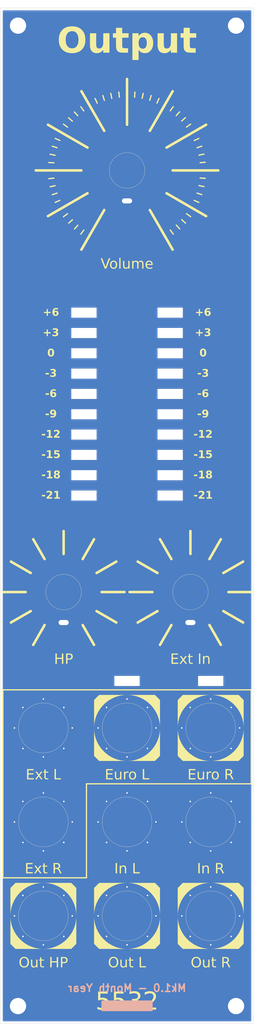
<source format=kicad_pcb>
(kicad_pcb (version 20241229) (generator "pcbnew") (generator_version "9.0")
  (title_block (title "Kosmo Format Front Panel - 5 cm") (company "DMH Instruments"))
  (layers (0 "F.Cu" signal) (2 "B.Cu" signal) (13 "F.Paste" user) (15 "B.Paste" user) (5 "F.SilkS" user "F.Silkscreen") (7 "B.SilkS" user "B.Silkscreen") (1 "F.Mask" user) (3 "B.Mask" user) (25 "Edge.Cuts" user))
  (net 0 "")
  (net 1 "GND")
  (footprint "SynthStuff:Pot_Cutout_Medium_v2" (layer "F.Cu") (at 75 62)
    (property "Reference" "H15")
    (property "Value" "Volume" (at 0 18.5 0) (layer "F.SilkS") (effects (font (size 2 2))))
    (fp_line (start -15.59134 -8.995004) (end -7.795669 -4.497502) (stroke (width 0.5)) (layer "F.SilkS"))
    (fp_line (start -15.591339 8.995006) (end -7.795668 4.497502) (stroke (width 0.5)) (layer "F.SilkS"))
    (fp_line (start -14.422248 -1.499585) (end -15.422297 -1.553297) (stroke (width 0.25)) (layer "F.SilkS"))
    (fp_line (start -14.420762 1.513781) (end -15.415618 1.618213) (stroke (width 0.25)) (layer "F.SilkS"))
    (fp_line (start -14.189827 -2.983088) (end -15.168751 -3.188884) (stroke (width 0.25)) (layer "F.SilkS"))
    (fp_line (start -14.184996 3.005963) (end -15.163586 3.213337) (stroke (width 0.25)) (layer "F.SilkS"))
    (fp_line (start -13.795505 -4.464755) (end -14.747226 -4.772768) (stroke (width 0.25)) (layer "F.SilkS"))
    (fp_line (start -13.795256 4.465516) (end -14.746959 4.773582) (stroke (width 0.25)) (layer "F.SilkS"))
    (fp_line (start -13.250603 5.888244) (end -14.164734 6.294461) (stroke (width 0.25)) (layer "F.SilkS"))
    (fp_line (start -13.246934 -5.896501) (end -14.16081 -6.303287) (stroke (width 0.25)) (layer "F.SilkS"))
    (fp_line (start -11.733619 -8.51893) (end -12.543094 -9.106631) (stroke (width 0.25)) (layer "F.SilkS"))
    (fp_line (start -11.727755 8.526998) (end -12.536827 9.115257) (stroke (width 0.25)) (layer "F.SilkS"))
    (fp_line (start -10.782189 -9.69507) (end -11.526027 -10.36391) (stroke (width 0.25)) (layer "F.SilkS"))
    (fp_line (start -10.765681 9.713397) (end -11.50838 10.383502) (stroke (width 0.25)) (layer "F.SilkS"))
    (fp_line (start -9.713397 -10.765681) (end -10.383502 -11.50838) (stroke (width 0.25)) (layer "F.SilkS"))
    (fp_line (start -9.69507 10.782189) (end -10.36391 11.526027) (stroke (width 0.25)) (layer "F.SilkS"))
    (fp_line (start -9 0) (end -18 0) (stroke (width 0.5)) (layer "F.SilkS"))
    (fp_line (start -8.995006 -15.591339) (end -4.497502 -7.795668) (stroke (width 0.5)) (layer "F.SilkS"))
    (fp_line (start -8.995004 15.59134) (end -4.497502 7.795669) (stroke (width 0.5)) (layer "F.SilkS"))
    (fp_line (start -8.526998 -11.727755) (end -9.115257 -12.536827) (stroke (width 0.25)) (layer "F.SilkS"))
    (fp_line (start -8.51893 11.733619) (end -9.106631 12.543094) (stroke (width 0.25)) (layer "F.SilkS"))
    (fp_line (start -5.888244 -13.250603) (end -6.294461 -14.164734) (stroke (width 0.25)) (layer "F.SilkS"))
    (fp_line (start -4.465516 -13.795256) (end -4.773582 -14.746959) (stroke (width 0.25)) (layer "F.SilkS"))
    (fp_line (start -3.005963 -14.184996) (end -3.213337 -15.163586) (stroke (width 0.25)) (layer "F.SilkS"))
    (fp_line (start -1.513781 -14.420762) (end -1.618213 -15.415618) (stroke (width 0.25)) (layer "F.SilkS"))
    (fp_line (start 0 -9) (end 0 -18) (stroke (width 0.5)) (layer "F.SilkS"))
    (fp_line (start 1.499585 -14.422248) (end 1.553297 -15.422297) (stroke (width 0.25)) (layer "F.SilkS"))
    (fp_line (start 2.983088 -14.189827) (end 3.188884 -15.168751) (stroke (width 0.25)) (layer "F.SilkS"))
    (fp_line (start 4.464755 -13.795505) (end 4.772768 -14.747226) (stroke (width 0.25)) (layer "F.SilkS"))
    (fp_line (start 5.896501 -13.246934) (end 6.303287 -14.16081) (stroke (width 0.25)) (layer "F.SilkS"))
    (fp_line (start 8.51893 -11.733619) (end 9.106631 -12.543094) (stroke (width 0.25)) (layer "F.SilkS"))
    (fp_line (start 8.526998 11.727755) (end 9.115257 12.536827) (stroke (width 0.25)) (layer "F.SilkS"))
    (fp_line (start 8.995004 -15.59134) (end 4.497502 -7.795669) (stroke (width 0.5)) (layer "F.SilkS"))
    (fp_line (start 8.995006 15.591339) (end 4.497502 7.795668) (stroke (width 0.5)) (layer "F.SilkS"))
    (fp_line (start 9 0) (end 18 0) (stroke (width 0.5)) (layer "F.SilkS"))
    (fp_line (start 9.69507 -10.782189) (end 10.36391 -11.526027) (stroke (width 0.25)) (layer "F.SilkS"))
    (fp_line (start 9.713397 10.765681) (end 10.383502 11.50838) (stroke (width 0.25)) (layer "F.SilkS"))
    (fp_line (start 10.765681 -9.713397) (end 11.50838 -10.383502) (stroke (width 0.25)) (layer "F.SilkS"))
    (fp_line (start 10.782189 9.69507) (end 11.526027 10.36391) (stroke (width 0.25)) (layer "F.SilkS"))
    (fp_line (start 11.727755 -8.526998) (end 12.536827 -9.115257) (stroke (width 0.25)) (layer "F.SilkS"))
    (fp_line (start 11.733619 8.51893) (end 12.543094 9.106631) (stroke (width 0.25)) (layer "F.SilkS"))
    (fp_line (start 13.246934 5.896501) (end 14.16081 6.303287) (stroke (width 0.25)) (layer "F.SilkS"))
    (fp_line (start 13.250603 -5.888244) (end 14.164734 -6.294461) (stroke (width 0.25)) (layer "F.SilkS"))
    (fp_line (start 13.795256 -4.465516) (end 14.746959 -4.773582) (stroke (width 0.25)) (layer "F.SilkS"))
    (fp_line (start 13.795505 4.464755) (end 14.747226 4.772768) (stroke (width 0.25)) (layer "F.SilkS"))
    (fp_line (start 14.184996 -3.005963) (end 15.163586 -3.213337) (stroke (width 0.25)) (layer "F.SilkS"))
    (fp_line (start 14.189827 2.983088) (end 15.168751 3.188884) (stroke (width 0.25)) (layer "F.SilkS"))
    (fp_line (start 14.420762 -1.513781) (end 15.415618 -1.618213) (stroke (width 0.25)) (layer "F.SilkS"))
    (fp_line (start 14.422248 1.499585) (end 15.422297 1.553297) (stroke (width 0.25)) (layer "F.SilkS"))
    (fp_line (start 15.591339 -8.995006) (end 7.795668 -4.497502) (stroke (width 0.5)) (layer "F.SilkS"))
    (fp_line (start 15.59134 8.995004) (end 7.795669 4.497502) (stroke (width 0.5)) (layer "F.SilkS"))
    (fp_circle (center 0 0) (end 0 3.5) (stroke (width 0.05)) (fill no) (layer "Edge.Cuts"))
    (pad "1" connect circle (at 0 0) (size 12 12) (layers "F.Cu" "F.Mask") (net 1 "GND"))
    (pad "1" connect circle (at 0 0) (size 12 12) (layers "B.Cu" "B.Mask") (net 1 "GND"))
    (pad "1" thru_hole oval (at 0 6) (size 2.5 1.5) (drill oval 2 1) (layers "*.Cu" "*.Mask") (net 1 "GND"))
  )
  (footprint "SynthStuff:Jack_6.35mm_Cutout_Output_v6" (layer "F.Cu") (at 91.5 171.75)
    (property "Reference" "H12")
    (property "Value" "Euro R" (at 0 9.3 0) (layer "F.SilkS") (effects (font (size 2 2))))
    (fp_poly (pts (xy -6.5 5.5) (arc (start -6.5 0) (mid -4.596194 4.596194) (end 0 6.5)) (xy -5.5 6.5)) (fill yes) (layer "F.SilkS"))
    (fp_poly (pts (xy -5.5 -6.5) (arc (start 0 -6.5) (mid -4.596194 -4.596194) (end -6.5 0)) (xy -6.5 -5.5)) (fill yes) (layer "F.SilkS"))
    (fp_poly (pts (xy 5.5 6.5) (arc (start 0 6.5) (mid 4.596194 4.596194) (end 6.5 0)) (xy 6.5 5.5)) (fill yes) (layer "F.SilkS"))
    (fp_poly (pts (xy 6.5 -5.5) (arc (start 6.5 0) (mid 4.596194 -4.596194) (end 0 -6.5)) (xy 5.5 -6.5)) (fill yes) (layer "F.SilkS"))
    (fp_circle (center 0 0) (end 0 -4.9) (stroke (width 0.05)) (fill no) (layer "Edge.Cuts"))
    (pad "1" thru_hole circle (at -5.7 0) (size 0.5 0.5) (drill 0.3) (layers "*.Cu" "*.Mask") (net 1 "GND"))
    (pad "1" thru_hole circle (at -4.04 -4.03) (size 0.5 0.5) (drill 0.3) (layers "*.Cu" "*.Mask") (net 1 "GND"))
    (pad "1" thru_hole circle (at -4.03 4.04) (size 0.5 0.5) (drill 0.3) (layers "*.Cu" "*.Mask") (net 1 "GND"))
    (pad "1" thru_hole circle (at 0 -5.7) (size 0.5 0.5) (drill 0.3) (layers "*.Cu" "*.Mask") (net 1 "GND"))
    (pad "1" connect circle (at 0 0) (size 12 12) (layers "F.Cu" "F.Mask") (net 1 "GND"))
    (pad "1" connect circle (at 0 0) (size 12 12) (layers "B.Cu" "B.Mask") (net 1 "GND"))
    (pad "1" thru_hole circle (at 0 5.7) (size 0.5 0.5) (drill 0.3) (layers "*.Cu" "*.Mask") (net 1 "GND"))
    (pad "1" thru_hole circle (at 4.03 4.04) (size 0.5 0.5) (drill 0.3) (layers "*.Cu" "*.Mask") (net 1 "GND"))
    (pad "1" thru_hole circle (at 4.04 -4.03) (size 0.5 0.5) (drill 0.3) (layers "*.Cu" "*.Mask") (net 1 "GND"))
    (pad "1" thru_hole circle (at 5.7 0) (size 0.5 0.5) (drill 0.3) (layers "*.Cu" "*.Mask") (net 1 "GND"))
  )
  (footprint "SynthStuff:MountingHole_Rails" (layer "F.Cu") (at 53.5 226.5)
    (property "Reference" "H3")
    (property "Value" "MountingHole_Rails" (hide yes))
    (pad "1" thru_hole circle (at 0 0) (size 4 4) (drill 3.2) (layers "*.Cu" "*.Mask") (net 1 "GND"))
  )
  (footprint "SynthStuff:Jack_6.35mm_Cutout_Output_v6" (layer "F.Cu") (at 75 208.75)
    (property "Reference" "H7")
    (property "Value" "Out L" (at 0 9.3 0) (layer "F.SilkS") (effects (font (size 2 2))))
    (fp_poly (pts (xy -6.5 5.5) (arc (start -6.5 0) (mid -4.596194 4.596194) (end 0 6.5)) (xy -5.5 6.5)) (fill yes) (layer "F.SilkS"))
    (fp_poly (pts (xy -5.5 -6.5) (arc (start 0 -6.5) (mid -4.596194 -4.596194) (end -6.5 0)) (xy -6.5 -5.5)) (fill yes) (layer "F.SilkS"))
    (fp_poly (pts (xy 5.5 6.5) (arc (start 0 6.5) (mid 4.596194 4.596194) (end 6.5 0)) (xy 6.5 5.5)) (fill yes) (layer "F.SilkS"))
    (fp_poly (pts (xy 6.5 -5.5) (arc (start 6.5 0) (mid 4.596194 -4.596194) (end 0 -6.5)) (xy 5.5 -6.5)) (fill yes) (layer "F.SilkS"))
    (fp_circle (center 0 0) (end 0 -4.9) (stroke (width 0.05)) (fill no) (layer "Edge.Cuts"))
    (pad "1" thru_hole circle (at -5.7 0) (size 0.5 0.5) (drill 0.3) (layers "*.Cu" "*.Mask") (net 1 "GND"))
    (pad "1" thru_hole circle (at -4.04 -4.03) (size 0.5 0.5) (drill 0.3) (layers "*.Cu" "*.Mask") (net 1 "GND"))
    (pad "1" thru_hole circle (at -4.03 4.04) (size 0.5 0.5) (drill 0.3) (layers "*.Cu" "*.Mask") (net 1 "GND"))
    (pad "1" thru_hole circle (at 0 -5.7) (size 0.5 0.5) (drill 0.3) (layers "*.Cu" "*.Mask") (net 1 "GND"))
    (pad "1" connect circle (at 0 0) (size 12 12) (layers "F.Cu" "F.Mask") (net 1 "GND"))
    (pad "1" connect circle (at 0 0) (size 12 12) (layers "B.Cu" "B.Mask") (net 1 "GND"))
    (pad "1" thru_hole circle (at 0 5.7) (size 0.5 0.5) (drill 0.3) (layers "*.Cu" "*.Mask") (net 1 "GND"))
    (pad "1" thru_hole circle (at 4.03 4.04) (size 0.5 0.5) (drill 0.3) (layers "*.Cu" "*.Mask") (net 1 "GND"))
    (pad "1" thru_hole circle (at 4.04 -4.03) (size 0.5 0.5) (drill 0.3) (layers "*.Cu" "*.Mask") (net 1 "GND"))
    (pad "1" thru_hole circle (at 5.7 0) (size 0.5 0.5) (drill 0.3) (layers "*.Cu" "*.Mask") (net 1 "GND"))
  )
  (footprint "SynthStuff:Jack_6.35mm_Cutout_v3" (layer "F.Cu") (at 58.5 190.25)
    (property "Reference" "H10")
    (property "Value" "Ext R" (at 0 9.3 0) (layer "F.SilkS") (effects (font (size 2 2))))
    (fp_circle (center 0 0) (end 0 -4.9) (stroke (width 0.05)) (fill no) (layer "Edge.Cuts"))
    (pad "1" thru_hole circle (at -5.7 0) (size 0.5 0.5) (drill 0.3) (layers "*.Cu" "*.Mask") (net 1 "GND"))
    (pad "1" thru_hole circle (at -4.04 -4.03) (size 0.5 0.5) (drill 0.3) (layers "*.Cu" "*.Mask") (net 1 "GND"))
    (pad "1" thru_hole circle (at -4.03 4.04) (size 0.5 0.5) (drill 0.3) (layers "*.Cu" "*.Mask") (net 1 "GND"))
    (pad "1" thru_hole circle (at 0 -5.7) (size 0.5 0.5) (drill 0.3) (layers "*.Cu" "*.Mask") (net 1 "GND"))
    (pad "1" connect circle (at 0 0) (size 12 12) (layers "F.Cu" "F.Mask") (net 1 "GND"))
    (pad "1" connect circle (at 0 0) (size 12 12) (layers "B.Cu" "B.Mask") (net 1 "GND"))
    (pad "1" thru_hole circle (at 0 5.7) (size 0.5 0.5) (drill 0.3) (layers "*.Cu" "*.Mask") (net 1 "GND"))
    (pad "1" thru_hole circle (at 4.03 4.04) (size 0.5 0.5) (drill 0.3) (layers "*.Cu" "*.Mask") (net 1 "GND"))
    (pad "1" thru_hole circle (at 4.04 -4.03) (size 0.5 0.5) (drill 0.3) (layers "*.Cu" "*.Mask") (net 1 "GND"))
    (pad "1" thru_hole circle (at 5.7 0) (size 0.5 0.5) (drill 0.3) (layers "*.Cu" "*.Mask") (net 1 "GND"))
  )
  (footprint "SynthStuff:Jack_6.35mm_Cutout_Output_v6" (layer "F.Cu") (at 58.5 208.75)
    (property "Reference" "H13")
    (property "Value" "Out HP" (at 0 9.3 0) (layer "F.SilkS") (effects (font (size 2 2))))
    (fp_poly (pts (xy -6.5 5.5) (arc (start -6.5 0) (mid -4.596194 4.596194) (end 0 6.5)) (xy -5.5 6.5)) (fill yes) (layer "F.SilkS"))
    (fp_poly (pts (xy -5.5 -6.5) (arc (start 0 -6.5) (mid -4.596194 -4.596194) (end -6.5 0)) (xy -6.5 -5.5)) (fill yes) (layer "F.SilkS"))
    (fp_poly (pts (xy 5.5 6.5) (arc (start 0 6.5) (mid 4.596194 4.596194) (end 6.5 0)) (xy 6.5 5.5)) (fill yes) (layer "F.SilkS"))
    (fp_poly (pts (xy 6.5 -5.5) (arc (start 6.5 0) (mid 4.596194 -4.596194) (end 0 -6.5)) (xy 5.5 -6.5)) (fill yes) (layer "F.SilkS"))
    (fp_circle (center 0 0) (end 0 -4.9) (stroke (width 0.05)) (fill no) (layer "Edge.Cuts"))
    (pad "1" thru_hole circle (at -5.7 0) (size 0.5 0.5) (drill 0.3) (layers "*.Cu" "*.Mask") (net 1 "GND"))
    (pad "1" thru_hole circle (at -4.04 -4.03) (size 0.5 0.5) (drill 0.3) (layers "*.Cu" "*.Mask") (net 1 "GND"))
    (pad "1" thru_hole circle (at -4.03 4.04) (size 0.5 0.5) (drill 0.3) (layers "*.Cu" "*.Mask") (net 1 "GND"))
    (pad "1" thru_hole circle (at 0 -5.7) (size 0.5 0.5) (drill 0.3) (layers "*.Cu" "*.Mask") (net 1 "GND"))
    (pad "1" connect circle (at 0 0) (size 12 12) (layers "F.Cu" "F.Mask") (net 1 "GND"))
    (pad "1" connect circle (at 0 0) (size 12 12) (layers "B.Cu" "B.Mask") (net 1 "GND"))
    (pad "1" thru_hole circle (at 0 5.7) (size 0.5 0.5) (drill 0.3) (layers "*.Cu" "*.Mask") (net 1 "GND"))
    (pad "1" thru_hole circle (at 4.03 4.04) (size 0.5 0.5) (drill 0.3) (layers "*.Cu" "*.Mask") (net 1 "GND"))
    (pad "1" thru_hole circle (at 4.04 -4.03) (size 0.5 0.5) (drill 0.3) (layers "*.Cu" "*.Mask") (net 1 "GND"))
    (pad "1" thru_hole circle (at 5.7 0) (size 0.5 0.5) (drill 0.3) (layers "*.Cu" "*.Mask") (net 1 "GND"))
  )
  (footprint "SynthStuff:Jack_6.35mm_Cutout_v3" (layer "F.Cu") (at 58.5 171.75)
    (property "Reference" "H9")
    (property "Value" "Ext L" (at 0 9.3 0) (layer "F.SilkS") (effects (font (size 2 2))))
    (fp_circle (center 0 0) (end 0 -4.9) (stroke (width 0.05)) (fill no) (layer "Edge.Cuts"))
    (pad "1" thru_hole circle (at -5.7 0) (size 0.5 0.5) (drill 0.3) (layers "*.Cu" "*.Mask") (net 1 "GND"))
    (pad "1" thru_hole circle (at -4.04 -4.03) (size 0.5 0.5) (drill 0.3) (layers "*.Cu" "*.Mask") (net 1 "GND"))
    (pad "1" thru_hole circle (at -4.03 4.04) (size 0.5 0.5) (drill 0.3) (layers "*.Cu" "*.Mask") (net 1 "GND"))
    (pad "1" thru_hole circle (at 0 -5.7) (size 0.5 0.5) (drill 0.3) (layers "*.Cu" "*.Mask") (net 1 "GND"))
    (pad "1" connect circle (at 0 0) (size 12 12) (layers "F.Cu" "F.Mask") (net 1 "GND"))
    (pad "1" connect circle (at 0 0) (size 12 12) (layers "B.Cu" "B.Mask") (net 1 "GND"))
    (pad "1" thru_hole circle (at 0 5.7) (size 0.5 0.5) (drill 0.3) (layers "*.Cu" "*.Mask") (net 1 "GND"))
    (pad "1" thru_hole circle (at 4.03 4.04) (size 0.5 0.5) (drill 0.3) (layers "*.Cu" "*.Mask") (net 1 "GND"))
    (pad "1" thru_hole circle (at 4.04 -4.03) (size 0.5 0.5) (drill 0.3) (layers "*.Cu" "*.Mask") (net 1 "GND"))
    (pad "1" thru_hole circle (at 5.7 0) (size 0.5 0.5) (drill 0.3) (layers "*.Cu" "*.Mask") (net 1 "GND"))
  )
  (footprint "SynthStuff:Pot_Cutout_Tiny" (layer "F.Cu") (at 62.5 145)
    (property "Reference" "H14")
    (property "Value" "HP" (at 0 13.3 0) (layer "F.SilkS") (effects (font (size 2 2))))
    (fp_line (start -7.499998 0) (end -12 0) (stroke (width 0.5)) (layer "F.SilkS"))
    (fp_line (start -6.49301 -3.753771) (end -10.394285 -5.996567) (stroke (width 0.5)) (layer "F.SilkS"))
    (fp_line (start -6.49301 3.753772) (end -10.394227 5.996669) (stroke (width 0.5)) (layer "F.SilkS"))
    (fp_line (start -3.753772 -6.49301) (end -5.996669 -10.394227) (stroke (width 0.5)) (layer "F.SilkS"))
    (fp_line (start -3.753771 6.49301) (end -5.996567 10.394285) (stroke (width 0.5)) (layer "F.SilkS"))
    (fp_line (start 0 -7.5) (end 0 -12) (stroke (width 0.5)) (layer "F.SilkS"))
    (fp_line (start 3.753771 -6.49301) (end 5.996567 -10.394285) (stroke (width 0.5)) (layer "F.SilkS"))
    (fp_line (start 3.753772 6.49301) (end 5.996669 10.394227) (stroke (width 0.5)) (layer "F.SilkS"))
    (fp_line (start 6.49301 -3.753772) (end 10.394227 -5.996669) (stroke (width 0.5)) (layer "F.SilkS"))
    (fp_line (start 6.49301 3.753771) (end 10.394285 5.996567) (stroke (width 0.5)) (layer "F.SilkS"))
    (fp_line (start 7.5 0) (end 12 0) (stroke (width 0.5)) (layer "F.SilkS"))
    (fp_circle (center 0 0) (end 0 3.5) (stroke (width 0.05)) (fill no) (layer "Edge.Cuts"))
    (pad "1" connect circle (at 0 0) (size 12 12) (layers "F.Cu" "F.Mask") (net 1 "GND"))
    (pad "1" connect circle (at 0 0) (size 12 12) (layers "B.Cu" "B.Mask") (net 1 "GND"))
    (pad "1" thru_hole oval (at 0 6) (size 2.5 1.5) (drill oval 2 1) (layers "*.Cu" "*.Mask") (net 1 "GND"))
  )
  (footprint "SynthStuff:Jack_6.35mm_Cutout_v3" (layer "F.Cu") (at 91.5 190.25)
    (property "Reference" "H6")
    (property "Value" "In R" (at 0 9.3 0) (layer "F.SilkS") (effects (font (size 2 2))))
    (fp_circle (center 0 0) (end 0 -4.9) (stroke (width 0.05)) (fill no) (layer "Edge.Cuts"))
    (pad "1" thru_hole circle (at -5.7 0) (size 0.5 0.5) (drill 0.3) (layers "*.Cu" "*.Mask") (net 1 "GND"))
    (pad "1" thru_hole circle (at -4.04 -4.03) (size 0.5 0.5) (drill 0.3) (layers "*.Cu" "*.Mask") (net 1 "GND"))
    (pad "1" thru_hole circle (at -4.03 4.04) (size 0.5 0.5) (drill 0.3) (layers "*.Cu" "*.Mask") (net 1 "GND"))
    (pad "1" thru_hole circle (at 0 -5.7) (size 0.5 0.5) (drill 0.3) (layers "*.Cu" "*.Mask") (net 1 "GND"))
    (pad "1" connect circle (at 0 0) (size 12 12) (layers "F.Cu" "F.Mask") (net 1 "GND"))
    (pad "1" connect circle (at 0 0) (size 12 12) (layers "B.Cu" "B.Mask") (net 1 "GND"))
    (pad "1" thru_hole circle (at 0 5.7) (size 0.5 0.5) (drill 0.3) (layers "*.Cu" "*.Mask") (net 1 "GND"))
    (pad "1" thru_hole circle (at 4.03 4.04) (size 0.5 0.5) (drill 0.3) (layers "*.Cu" "*.Mask") (net 1 "GND"))
    (pad "1" thru_hole circle (at 4.04 -4.03) (size 0.5 0.5) (drill 0.3) (layers "*.Cu" "*.Mask") (net 1 "GND"))
    (pad "1" thru_hole circle (at 5.7 0) (size 0.5 0.5) (drill 0.3) (layers "*.Cu" "*.Mask") (net 1 "GND"))
  )
  (footprint "SynthStuff:Jack_6.35mm_Cutout_v3" (layer "F.Cu") (at 75 190.25)
    (property "Reference" "H5")
    (property "Value" "In L" (at 0 9.3 0) (layer "F.SilkS") (effects (font (size 2 2))))
    (fp_circle (center 0 0) (end 0 -4.9) (stroke (width 0.05)) (fill no) (layer "Edge.Cuts"))
    (pad "1" thru_hole circle (at -5.7 0) (size 0.5 0.5) (drill 0.3) (layers "*.Cu" "*.Mask") (net 1 "GND"))
    (pad "1" thru_hole circle (at -4.04 -4.03) (size 0.5 0.5) (drill 0.3) (layers "*.Cu" "*.Mask") (net 1 "GND"))
    (pad "1" thru_hole circle (at -4.03 4.04) (size 0.5 0.5) (drill 0.3) (layers "*.Cu" "*.Mask") (net 1 "GND"))
    (pad "1" thru_hole circle (at 0 -5.7) (size 0.5 0.5) (drill 0.3) (layers "*.Cu" "*.Mask") (net 1 "GND"))
    (pad "1" connect circle (at 0 0) (size 12 12) (layers "F.Cu" "F.Mask") (net 1 "GND"))
    (pad "1" connect circle (at 0 0) (size 12 12) (layers "B.Cu" "B.Mask") (net 1 "GND"))
    (pad "1" thru_hole circle (at 0 5.7) (size 0.5 0.5) (drill 0.3) (layers "*.Cu" "*.Mask") (net 1 "GND"))
    (pad "1" thru_hole circle (at 4.03 4.04) (size 0.5 0.5) (drill 0.3) (layers "*.Cu" "*.Mask") (net 1 "GND"))
    (pad "1" thru_hole circle (at 4.04 -4.03) (size 0.5 0.5) (drill 0.3) (layers "*.Cu" "*.Mask") (net 1 "GND"))
    (pad "1" thru_hole circle (at 5.7 0) (size 0.5 0.5) (drill 0.3) (layers "*.Cu" "*.Mask") (net 1 "GND"))
  )
  (footprint "SynthStuff:MountingHole_Rails" (layer "F.Cu") (at 96.5 33.5)
    (property "Reference" "H2")
    (property "Value" "MountingHole_Rails" (hide yes))
    (pad "1" thru_hole circle (at 0 0) (size 4 4) (drill 3.2) (layers "*.Cu" "*.Mask") (net 1 "GND"))
  )
  (footprint "SynthStuff:MountingHole_Rails" (layer "F.Cu") (at 96.5 226.5)
    (property "Reference" "H4")
    (property "Value" "MountingHole_Rails" (hide yes))
    (pad "1" thru_hole circle (at 0 0) (size 4 4) (drill 3.2) (layers "*.Cu" "*.Mask") (net 1 "GND"))
  )
  (footprint "SynthStuff:Jack_6.35mm_Cutout_Output_v6" (layer "F.Cu") (at 75 171.75)
    (property "Reference" "H11")
    (property "Value" "Euro L" (at 0 9.3 0) (layer "F.SilkS") (effects (font (size 2 2))))
    (fp_poly (pts (xy -6.5 5.5) (arc (start -6.5 0) (mid -4.596194 4.596194) (end 0 6.5)) (xy -5.5 6.5)) (fill yes) (layer "F.SilkS"))
    (fp_poly (pts (xy -5.5 -6.5) (arc (start 0 -6.5) (mid -4.596194 -4.596194) (end -6.5 0)) (xy -6.5 -5.5)) (fill yes) (layer "F.SilkS"))
    (fp_poly (pts (xy 5.5 6.5) (arc (start 0 6.5) (mid 4.596194 4.596194) (end 6.5 0)) (xy 6.5 5.5)) (fill yes) (layer "F.SilkS"))
    (fp_poly (pts (xy 6.5 -5.5) (arc (start 6.5 0) (mid 4.596194 -4.596194) (end 0 -6.5)) (xy 5.5 -6.5)) (fill yes) (layer "F.SilkS"))
    (fp_circle (center 0 0) (end 0 -4.9) (stroke (width 0.05)) (fill no) (layer "Edge.Cuts"))
    (pad "1" thru_hole circle (at -5.7 0) (size 0.5 0.5) (drill 0.3) (layers "*.Cu" "*.Mask") (net 1 "GND"))
    (pad "1" thru_hole circle (at -4.04 -4.03) (size 0.5 0.5) (drill 0.3) (layers "*.Cu" "*.Mask") (net 1 "GND"))
    (pad "1" thru_hole circle (at -4.03 4.04) (size 0.5 0.5) (drill 0.3) (layers "*.Cu" "*.Mask") (net 1 "GND"))
    (pad "1" thru_hole circle (at 0 -5.7) (size 0.5 0.5) (drill 0.3) (layers "*.Cu" "*.Mask") (net 1 "GND"))
    (pad "1" connect circle (at 0 0) (size 12 12) (layers "F.Cu" "F.Mask") (net 1 "GND"))
    (pad "1" connect circle (at 0 0) (size 12 12) (layers "B.Cu" "B.Mask") (net 1 "GND"))
    (pad "1" thru_hole circle (at 0 5.7) (size 0.5 0.5) (drill 0.3) (layers "*.Cu" "*.Mask") (net 1 "GND"))
    (pad "1" thru_hole circle (at 4.03 4.04) (size 0.5 0.5) (drill 0.3) (layers "*.Cu" "*.Mask") (net 1 "GND"))
    (pad "1" thru_hole circle (at 4.04 -4.03) (size 0.5 0.5) (drill 0.3) (layers "*.Cu" "*.Mask") (net 1 "GND"))
    (pad "1" thru_hole circle (at 5.7 0) (size 0.5 0.5) (drill 0.3) (layers "*.Cu" "*.Mask") (net 1 "GND"))
  )
  (footprint "SynthStuff:MountingHole_Rails" (layer "F.Cu") (at 53.5 33.5)
    (property "Reference" "H1")
    (property "Value" "MountingHole_Rails" (hide yes))
    (pad "1" thru_hole circle (at 0 0) (size 4 4) (drill 3.2) (layers "*.Cu" "*.Mask") (net 1 "GND"))
  )
  (footprint "SynthStuff:Pot_Cutout_Tiny" (layer "F.Cu") (at 87.5 145)
    (property "Reference" "H18")
    (property "Value" "Ext In" (at 0 13.3 0) (layer "F.SilkS") (effects (font (size 2 2))))
    (fp_line (start -7.499998 0) (end -12 0) (stroke (width 0.5)) (layer "F.SilkS"))
    (fp_line (start -6.49301 -3.753771) (end -10.394285 -5.996567) (stroke (width 0.5)) (layer "F.SilkS"))
    (fp_line (start -6.49301 3.753772) (end -10.394227 5.996669) (stroke (width 0.5)) (layer "F.SilkS"))
    (fp_line (start -3.753772 -6.49301) (end -5.996669 -10.394227) (stroke (width 0.5)) (layer "F.SilkS"))
    (fp_line (start -3.753771 6.49301) (end -5.996567 10.394285) (stroke (width 0.5)) (layer "F.SilkS"))
    (fp_line (start 0 -7.5) (end 0 -12) (stroke (width 0.5)) (layer "F.SilkS"))
    (fp_line (start 3.753771 -6.49301) (end 5.996567 -10.394285) (stroke (width 0.5)) (layer "F.SilkS"))
    (fp_line (start 3.753772 6.49301) (end 5.996669 10.394227) (stroke (width 0.5)) (layer "F.SilkS"))
    (fp_line (start 6.49301 -3.753772) (end 10.394227 -5.996669) (stroke (width 0.5)) (layer "F.SilkS"))
    (fp_line (start 6.49301 3.753771) (end 10.394285 5.996567) (stroke (width 0.5)) (layer "F.SilkS"))
    (fp_line (start 7.5 0) (end 12 0) (stroke (width 0.5)) (layer "F.SilkS"))
    (fp_circle (center 0 0) (end 0 3.5) (stroke (width 0.05)) (fill no) (layer "Edge.Cuts"))
    (pad "1" connect circle (at 0 0) (size 12 12) (layers "F.Cu" "F.Mask") (net 1 "GND"))
    (pad "1" connect circle (at 0 0) (size 12 12) (layers "B.Cu" "B.Mask") (net 1 "GND"))
    (pad "1" thru_hole oval (at 0 6) (size 2.5 1.5) (drill oval 2 1) (layers "*.Cu" "*.Mask") (net 1 "GND"))
  )
  (footprint "SynthStuff:Jack_6.35mm_Cutout_Output_v6" (layer "F.Cu") (at 91.5 208.75)
    (property "Reference" "H8")
    (property "Value" "Out R" (at 0 9.3 0) (layer "F.SilkS") (effects (font (size 2 2))))
    (fp_poly (pts (xy -6.5 5.5) (arc (start -6.5 0) (mid -4.596194 4.596194) (end 0 6.5)) (xy -5.5 6.5)) (fill yes) (layer "F.SilkS"))
    (fp_poly (pts (xy -5.5 -6.5) (arc (start 0 -6.5) (mid -4.596194 -4.596194) (end -6.5 0)) (xy -6.5 -5.5)) (fill yes) (layer "F.SilkS"))
    (fp_poly (pts (xy 5.5 6.5) (arc (start 0 6.5) (mid 4.596194 4.596194) (end 6.5 0)) (xy 6.5 5.5)) (fill yes) (layer "F.SilkS"))
    (fp_poly (pts (xy 6.5 -5.5) (arc (start 6.5 0) (mid 4.596194 -4.596194) (end 0 -6.5)) (xy 5.5 -6.5)) (fill yes) (layer "F.SilkS"))
    (fp_circle (center 0 0) (end 0 -4.9) (stroke (width 0.05)) (fill no) (layer "Edge.Cuts"))
    (pad "1" thru_hole circle (at -5.7 0) (size 0.5 0.5) (drill 0.3) (layers "*.Cu" "*.Mask") (net 1 "GND"))
    (pad "1" thru_hole circle (at -4.04 -4.03) (size 0.5 0.5) (drill 0.3) (layers "*.Cu" "*.Mask") (net 1 "GND"))
    (pad "1" thru_hole circle (at -4.03 4.04) (size 0.5 0.5) (drill 0.3) (layers "*.Cu" "*.Mask") (net 1 "GND"))
    (pad "1" thru_hole circle (at 0 -5.7) (size 0.5 0.5) (drill 0.3) (layers "*.Cu" "*.Mask") (net 1 "GND"))
    (pad "1" connect circle (at 0 0) (size 12 12) (layers "F.Cu" "F.Mask") (net 1 "GND"))
    (pad "1" connect circle (at 0 0) (size 12 12) (layers "B.Cu" "B.Mask") (net 1 "GND"))
    (pad "1" thru_hole circle (at 0 5.7) (size 0.5 0.5) (drill 0.3) (layers "*.Cu" "*.Mask") (net 1 "GND"))
    (pad "1" thru_hole circle (at 4.03 4.04) (size 0.5 0.5) (drill 0.3) (layers "*.Cu" "*.Mask") (net 1 "GND"))
    (pad "1" thru_hole circle (at 4.04 -4.03) (size 0.5 0.5) (drill 0.3) (layers "*.Cu" "*.Mask") (net 1 "GND"))
    (pad "1" thru_hole circle (at 5.7 0) (size 0.5 0.5) (drill 0.3) (layers "*.Cu" "*.Mask") (net 1 "GND"))
  )
  (gr_line (start 50.5 201.25) (end 50.5 164.25) (stroke (width 0.25)) (layer "F.SilkS"))
  (gr_line (start 67 182.75) (end 99.5 182.75) (stroke (width 0.25)) (layer "F.SilkS"))
  (gr_line (start 67 201.25) (end 67 182.75) (stroke (width 0.25)) (layer "F.SilkS"))
  (gr_line (start 50.5 164.25) (end 99.5 164.25) (stroke (width 0.25)) (layer "F.SilkS"))
  (gr_line (start 50.5 201.25) (end 67 201.25) (stroke (width 0.25)) (layer "F.SilkS"))
  (gr_line (start 99.5 182.75) (end 99.5 164.25) (stroke (width 0.25)) (layer "F.SilkS"))
  (gr_rect (start 70 225.45) (end 80 227.45) (stroke (width 0.1)) (fill yes) (layer "B.SilkS"))
  (gr_rect (start 50 30) (end 100 230) (stroke (width 0.05)) (fill no) (layer "Edge.Cuts"))
  (gr_text "-21" (at 60 126 0) (layer "F.SilkS") (effects (font (size 1.5 1.5) (thickness 0.3) (bold yes))))
  (gr_text "-15" (at 60 118 0) (layer "F.SilkS") (effects (font (size 1.5 1.5) (thickness 0.3) (bold yes))))
  (gr_text "-18" (at 90 122 0) (layer "F.SilkS") (effects (font (size 1.5 1.5) (thickness 0.3) (bold yes))))
  (gr_text "-12" (at 60 114 0) (layer "F.SilkS") (effects (font (size 1.5 1.5) (thickness 0.3) (bold yes))))
  (gr_text "+6" (at 60 90 0) (layer "F.SilkS") (effects (font (size 1.5 1.5) (thickness 0.3) (bold yes))))
  (gr_text "+6" (at 90 90 0) (layer "F.SilkS") (effects (font (size 1.5 1.5) (thickness 0.3) (bold yes))))
  (gr_text "-9" (at 90 110 0) (layer "F.SilkS") (effects (font (size 1.5 1.5) (thickness 0.3) (bold yes))))
  (gr_text "-15" (at 90 118 0) (layer "F.SilkS") (effects (font (size 1.5 1.5) (thickness 0.3) (bold yes))))
  (gr_text "Output" (at 75 36.75 0) (layer "F.SilkS") (effects (font (size 5 5) (thickness 0.8) (bold yes))))
  (gr_text "-21" (at 90 126 0) (layer "F.SilkS") (effects (font (size 1.5 1.5) (thickness 0.3) (bold yes))))
  (gr_text "0" (at 60 98 0) (layer "F.SilkS") (effects (font (size 1.5 1.5) (thickness 0.3) (bold yes))))
  (gr_text "-9" (at 60 110 0) (layer "F.SilkS") (effects (font (size 1.5 1.5) (thickness 0.3) (bold yes))))
  (gr_text "+3" (at 90 94 0) (layer "F.SilkS") (effects (font (size 1.5 1.5) (thickness 0.3) (bold yes))))
  (gr_text "-3" (at 60 102 0) (layer "F.SilkS") (effects (font (size 1.5 1.5) (thickness 0.3) (bold yes))))
  (gr_text "+3" (at 60 94 0) (layer "F.SilkS") (effects (font (size 1.5 1.5) (thickness 0.3) (bold yes))))
  (gr_text "0" (at 90 98 0) (layer "F.SilkS") (effects (font (size 1.5 1.5) (thickness 0.3) (bold yes))))
  (gr_text "-3" (at 90 102 0) (layer "F.SilkS") (effects (font (size 1.5 1.5) (thickness 0.3) (bold yes))))
  (gr_text "-18" (at 60 122 0) (layer "F.SilkS") (effects (font (size 1.5 1.5) (thickness 0.3) (bold yes))))
  (gr_text "-6" (at 60 106 0) (layer "F.SilkS") (effects (font (size 1.5 1.5) (thickness 0.3) (bold yes))))
  (gr_text "-6" (at 90 106 0) (layer "F.SilkS") (effects (font (size 1.5 1.5) (thickness 0.3) (bold yes))))
  (gr_text "5532" (at 75 225.75 0) (layer "F.SilkS") (effects (font (size 3.5 3.5) (thickness 0.875))))
  (gr_text "-12" (at 90 114 0) (layer "F.SilkS") (effects (font (size 1.5 1.5) (thickness 0.3) (bold yes))))
  (gr_text "Mk1.0 - Month Year" (at 75 222.95 0) (layer "B.SilkS") (effects (font (size 1.5 1.5) (thickness 0.3) (bold yes)) (justify mirror)))
  (zone (net 0) (net_name "") (layers "F.Cu" "B.Cu") (connect_pads (clearance 0)) (min_thickness 0.25)
    (keepout (tracks not_allowed) (vias not_allowed) (pads not_allowed) (copperpour not_allowed) (footprints allowed))
    (fill (thermal_gap 0.5) (thermal_bridge_width 0.5))
    (polygon (pts (xy 64 117) (xy 69 117) (xy 69 119) (xy 64 119)))
  )
  (zone (net 0) (net_name "") (layers "F.Cu" "B.Cu") (connect_pads (clearance 0)) (min_thickness 0.25)
    (keepout (tracks not_allowed) (vias not_allowed) (pads not_allowed) (copperpour not_allowed) (footprints allowed))
    (fill (thermal_gap 0.5) (thermal_bridge_width 0.5))
    (polygon (pts (xy 64 105) (xy 69 105) (xy 69 107) (xy 64 107)))
  )
  (zone (net 0) (net_name "") (layers "F.Cu" "B.Cu") (connect_pads (clearance 0)) (min_thickness 0.25)
    (keepout (tracks not_allowed) (vias not_allowed) (pads not_allowed) (copperpour not_allowed) (footprints allowed))
    (fill (thermal_gap 0.5) (thermal_bridge_width 0.5))
    (polygon (pts (xy 64 109) (xy 69 109) (xy 69 111) (xy 64 111)))
  )
  (zone (net 0) (net_name "") (layers "F.Cu" "B.Cu") (connect_pads (clearance 0)) (min_thickness 0.25)
    (keepout (tracks not_allowed) (vias not_allowed) (pads not_allowed) (copperpour not_allowed) (footprints allowed))
    (fill (thermal_gap 0.5) (thermal_bridge_width 0.5))
    (polygon (pts (xy 64 125) (xy 69 125) (xy 69 127) (xy 64 127)))
  )
  (zone (net 0) (net_name "") (layers "F.Cu" "B.Cu") (connect_pads (clearance 0)) (min_thickness 0.25)
    (keepout (tracks not_allowed) (vias not_allowed) (pads not_allowed) (copperpour not_allowed) (footprints allowed))
    (fill (thermal_gap 0.5) (thermal_bridge_width 0.5))
    (polygon (pts (xy 81 113) (xy 86 113) (xy 86 115) (xy 81 115)))
  )
  (zone (net 0) (net_name "") (layers "F.Cu" "B.Cu") (connect_pads (clearance 0)) (min_thickness 0.25)
    (keepout (tracks not_allowed) (vias not_allowed) (pads not_allowed) (copperpour not_allowed) (footprints allowed))
    (fill (thermal_gap 0.5) (thermal_bridge_width 0.5))
    (polygon (pts (xy 64 121) (xy 69 121) (xy 69 123) (xy 64 123)))
  )
  (zone (net 0) (net_name "") (layers "F.Cu" "B.Cu") (connect_pads (clearance 0)) (min_thickness 0.25)
    (keepout (tracks not_allowed) (vias not_allowed) (pads not_allowed) (copperpour not_allowed) (footprints allowed))
    (fill (thermal_gap 0.5) (thermal_bridge_width 0.5))
    (polygon (pts (xy 64 97) (xy 69 97) (xy 69 99) (xy 64 99)))
  )
  (zone (net 0) (net_name "") (layers "F.Cu" "B.Cu") (connect_pads (clearance 0)) (min_thickness 0.25)
    (keepout (tracks not_allowed) (vias not_allowed) (pads not_allowed) (copperpour not_allowed) (footprints allowed))
    (fill (thermal_gap 0.5) (thermal_bridge_width 0.5))
    (polygon (pts (xy 81 121) (xy 86 121) (xy 86 123) (xy 81 123)))
  )
  (zone (net 0) (net_name "") (layers "F.Cu" "B.Cu") (connect_pads (clearance 0)) (min_thickness 0.25)
    (keepout (tracks not_allowed) (vias not_allowed) (pads not_allowed) (copperpour not_allowed) (footprints allowed))
    (fill (thermal_gap 0.5) (thermal_bridge_width 0.5))
    (polygon (pts (xy 81 125) (xy 86 125) (xy 86 127) (xy 81 127)))
  )
  (zone (net 0) (net_name "") (layers "F.Cu" "B.Cu") (connect_pads (clearance 0)) (min_thickness 0.25)
    (keepout (tracks not_allowed) (vias not_allowed) (pads not_allowed) (copperpour not_allowed) (footprints allowed))
    (fill (thermal_gap 0.5) (thermal_bridge_width 0.5))
    (polygon (pts (xy 64 89) (xy 69 89) (xy 69 91) (xy 64 91)))
  )
  (zone (net 0) (net_name "") (layers "F.Cu" "B.Cu") (connect_pads (clearance 0)) (min_thickness 0.25)
    (keepout (tracks not_allowed) (vias not_allowed) (pads not_allowed) (copperpour not_allowed) (footprints allowed))
    (fill (thermal_gap 0.5) (thermal_bridge_width 0.5))
    (polygon (pts (xy 81 105) (xy 86 105) (xy 86 107) (xy 81 107)))
  )
  (zone (net 0) (net_name "") (layers "F.Cu" "B.Cu") (connect_pads (clearance 0)) (min_thickness 0.25)
    (keepout (tracks not_allowed) (vias not_allowed) (pads not_allowed) (copperpour not_allowed) (footprints allowed))
    (fill (thermal_gap 0.5) (thermal_bridge_width 0.5))
    (polygon (pts (xy 64 113) (xy 69 113) (xy 69 115) (xy 64 115)))
  )
  (zone (net 0) (net_name "") (layers "F.Cu" "B.Cu") (connect_pads (clearance 0)) (min_thickness 0.25)
    (keepout (tracks not_allowed) (vias not_allowed) (pads not_allowed) (copperpour not_allowed) (footprints allowed))
    (fill (thermal_gap 0.5) (thermal_bridge_width 0.5))
    (polygon (pts (xy 72.5 161.5) (xy 77.5 161.5) (xy 77.5 163.5) (xy 72.5 163.5)))
  )
  (zone (net 0) (net_name "") (layers "F.Cu" "B.Cu") (connect_pads (clearance 0)) (min_thickness 0.25)
    (keepout (tracks not_allowed) (vias not_allowed) (pads not_allowed) (copperpour not_allowed) (footprints allowed))
    (fill (thermal_gap 0.5) (thermal_bridge_width 0.5))
    (polygon (pts (xy 81 89) (xy 86 89) (xy 86 91) (xy 81 91)))
  )
  (zone (net 0) (net_name "") (layers "F.Cu" "B.Cu") (connect_pads (clearance 0)) (min_thickness 0.25)
    (keepout (tracks not_allowed) (vias not_allowed) (pads not_allowed) (copperpour not_allowed) (footprints allowed))
    (fill (thermal_gap 0.5) (thermal_bridge_width 0.5))
    (polygon (pts (xy 64 101) (xy 69 101) (xy 69 103) (xy 64 103)))
  )
  (zone (net 0) (net_name "") (layers "F.Cu" "B.Cu") (connect_pads (clearance 0)) (min_thickness 0.25)
    (keepout (tracks not_allowed) (vias not_allowed) (pads not_allowed) (copperpour not_allowed) (footprints allowed))
    (fill (thermal_gap 0.5) (thermal_bridge_width 0.5))
    (polygon (pts (xy 81 97) (xy 86 97) (xy 86 99) (xy 81 99)))
  )
  (zone (net 0) (net_name "") (layers "F.Cu" "B.Cu") (connect_pads (clearance 0)) (min_thickness 0.25)
    (keepout (tracks not_allowed) (vias not_allowed) (pads not_allowed) (copperpour not_allowed) (footprints allowed))
    (fill (thermal_gap 0.5) (thermal_bridge_width 0.5))
    (polygon (pts (xy 81 93) (xy 86 93) (xy 86 95) (xy 81 95)))
  )
  (zone (net 0) (net_name "") (layers "F.Cu" "B.Cu") (connect_pads (clearance 0)) (min_thickness 0.25)
    (keepout (tracks not_allowed) (vias not_allowed) (pads not_allowed) (copperpour not_allowed) (footprints allowed))
    (fill (thermal_gap 0.5) (thermal_bridge_width 0.5))
    (polygon (pts (xy 64 93) (xy 69 93) (xy 69 95) (xy 64 95)))
  )
  (zone (net 1) (net_name "GND") (layers "F.Cu" "B.Cu") (name "GroundPlane") (connect_pads yes (clearance 0.5)) (min_thickness 0.25) (fill yes (thermal_gap 0.5) (thermal_bridge_width 0.5))
    (polygon (pts (xy 50 30) (xy 100 30) (xy 100 230) (xy 50 230)))
  )
  (zone (net 0) (net_name "") (layers "F.Cu" "B.Cu") (connect_pads (clearance 0)) (min_thickness 0.25)
    (keepout (tracks not_allowed) (vias not_allowed) (pads not_allowed) (copperpour not_allowed) (footprints allowed))
    (fill (thermal_gap 0.5) (thermal_bridge_width 0.5))
    (polygon (pts (xy 81 101) (xy 86 101) (xy 86 103) (xy 81 103)))
  )
  (zone (net 0) (net_name "") (layers "F.Cu" "B.Cu") (connect_pads (clearance 0)) (min_thickness 0.25)
    (keepout (tracks not_allowed) (vias not_allowed) (pads not_allowed) (copperpour not_allowed) (footprints allowed))
    (fill (thermal_gap 0.5) (thermal_bridge_width 0.5))
    (polygon (pts (xy 89 161.5) (xy 94 161.5) (xy 94 163.5) (xy 89 163.5)))
  )
  (zone (net 0) (net_name "") (layers "F.Cu" "B.Cu") (connect_pads (clearance 0)) (min_thickness 0.25)
    (keepout (tracks not_allowed) (vias not_allowed) (pads not_allowed) (copperpour not_allowed) (footprints allowed))
    (fill (thermal_gap 0.5) (thermal_bridge_width 0.5))
    (polygon (pts (xy 81 109) (xy 86 109) (xy 86 111) (xy 81 111)))
  )
  (zone (net 0) (net_name "") (layers "F.Cu" "B.Cu") (connect_pads (clearance 0)) (min_thickness 0.25)
    (keepout (tracks not_allowed) (vias not_allowed) (pads not_allowed) (copperpour not_allowed) (footprints allowed))
    (fill (thermal_gap 0.5) (thermal_bridge_width 0.5))
    (polygon (pts (xy 81 117) (xy 86 117) (xy 86 119) (xy 81 119)))
  )
)
</source>
